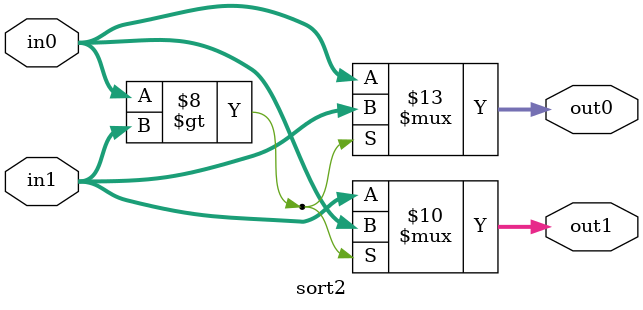
<source format=v>
`timescale 1ns / 1ps
module SP(
input clk,
input rstn,
input in_valid,
input [15:0] in_data,
input [2:0] in_mode,
output reg out_valid,
output reg [15:0] out_data
    );
    
    parameter IDLE       = 3'b000 ;
    parameter READ_IN    = 3'b001 ;
    parameter MMI        = 3'b010 ;
    parameter MM         = 3'b011 ; 
    parameter SORTING    = 3'b100 ;
    parameter SUM        = 3'b101 ;
    parameter READ_OUT   = 3'b110 ;
    
    reg [2:0] cs, ns ;
    
    reg [2:0] mode[0:2] ;
    reg [15:0] A[0:5] ;
    reg [15:0] B[0:5] ;
    reg [15:0] C[0:5] ;
    reg [15:0] D[0:5] ;
    reg [15:0] E[0:5] ;
    
    reg [3:0] cnt_read_in ;
    reg [5:0] cnt_mmi ;
    reg [3:0] cnt_sorting ;
    reg [3:0] cnt_read_out ;
    
    //==========
    //state
    //==========
    
    always@(posedge clk)begin
        if(!rstn) cs <= IDLE ;
        else cs <= ns ;
    end
    
    always@(*)begin
        case(cs)
            IDLE:begin
                if(in_valid) ns = READ_IN ;
                else ns = IDLE ;
            end
            READ_IN:begin
                if(in_valid == 1 && cnt_read_in == (9-1)) ns = MMI ; // mode(3) + A(6)
                else ns = READ_IN ;
            end
            MMI:begin
                if(cnt_mmi == 55) ns = MM ;//cnt_mmi = 55 = 110(6)_111(7)
                else ns = MMI ;
            end
            MM:begin
                ns = SORTING ;
            end
            SORTING:begin
                if(cnt_sorting == 5) ns = SUM ;
                else ns = SORTING ;
            end
            SUM:begin
                ns = READ_OUT ;
            end
            READ_OUT:begin
                if(cnt_read_out == 5) ns = IDLE ;
                else ns = READ_OUT ;
            end
            default: ns = IDLE ;
        endcase
    end
    
    //==========
    //cnt
    //==========
    
    always@(posedge clk)begin
        if(!rstn) cnt_read_in <= 0 ;
        else begin
            if(cs == READ_IN && in_valid == 1) cnt_read_in <= cnt_read_in + 1 ;
            else cnt_read_in <= 0 ;
        end
    end
    
    always@(posedge clk)begin
        if(!rstn) cnt_mmi <= 0 ;
        else begin
            if(cs == MMI) cnt_mmi <= cnt_mmi + 1 ;
            else cnt_mmi <= 0 ;
        end
    end
    
    always@(posedge clk)begin
        if(!rstn) cnt_sorting <= 0 ;
        else begin
            if(cs == SORTING) cnt_sorting <= cnt_sorting + 1 ;
            else cnt_sorting <= 0 ;
        end
    end
    
    always@(posedge clk)begin
        if(!rstn) cnt_read_out <= 0 ;
        else begin
            if(out_valid == 1 && cs == READ_OUT) cnt_read_out <= cnt_read_out + 1 ;
            else cnt_read_out <= cnt_read_out ;
        end
    end
    
    //==========
    //READ_IN
    //==========
    integer i ;
    //mode
    always@(posedge clk)begin
        if(!rstn) begin
            for(i=0; i<3; i=i+1)begin
                mode[i] <= 0 ;
            end
        end
        else begin
            if(in_valid == 1 && cnt_read_in<3) mode[cnt_read_in] <= in_mode ;
        end
    end
    //A
    always@(posedge clk)begin
        if(!rstn)begin
            for(i=0; i<6; i=i+1)begin
                A[i] <= 0 ;
            end
        end
        else begin
            case(cs)
                READ_IN:begin
                    if(in_valid == 1 && cnt_read_in>2) A[cnt_read_in-3] <= in_data ;
                end
                default:begin
                    A[0] <= A[0] ;
                    A[1] <= A[1] ;
                    A[2] <= A[2] ;
                    A[3] <= A[3] ;
                    A[4] <= A[4] ;
                    A[5] <= A[5] ;
                end   
            endcase
        end
    end
    
    //==========
    //MMI
    //==========
    reg signed[15:0] T1[0:7] ;
    reg signed[15:0] T2[0:7] ;
    reg signed[15:0] A0[0:7] ;
    reg signed[15:0] B0[0:7] ;
    reg signed[15:0] R [0:7] ;
    reg signed[15:0] Q [0:7] ;
    
    always@(posedge clk)begin
        if(!rstn)begin
            for(i=0; i<6; i=i+1)begin
                B[i] <= 0 ;
            end
        end
        else begin
            case(cs)
                MMI:begin
                    if(mode[0] == 0)begin
                        B[0] <= A[0] ;
                        B[1] <= A[1] ;
                        B[2] <= A[2] ;
                        B[3] <= A[3] ;
                        B[4] <= A[4] ;
                        B[5] <= A[5] ;
                    end
                    else begin
                        if(cnt_mmi[2:0] == 0)begin
                            T1[cnt_mmi[2:0]] = 0 ;
                            T2[cnt_mmi[2:0]] = 1 ;
                            A0[cnt_mmi[2:0]] = 509 ;
                            B0[cnt_mmi[2:0]] = A[cnt_mmi[5:3]] ;
                            R [cnt_mmi[2:0]] = A0[cnt_mmi[2:0]]%B0[cnt_mmi[2:0]] ;
                            Q [cnt_mmi[2:0]] = A0[cnt_mmi[2:0]]/B0[cnt_mmi[2:0]] ;
                        end
                        else begin
                            if(R[cnt_mmi[2:0] - 1] != 0)begin
                                T1[cnt_mmi[2:0]] = T2[cnt_mmi[2:0] - 1] ;
                                T2[cnt_mmi[2:0]] = T1[cnt_mmi[2:0] - 1] - Q[cnt_mmi[2:0] - 1]*T2[cnt_mmi[2:0] - 1] ;
                                A0[cnt_mmi[2:0]] = B0[cnt_mmi[2:0] - 1] ;
                                B0[cnt_mmi[2:0]] = R [cnt_mmi[2:0] - 1] ;
                                R [cnt_mmi[2:0]] = A0[cnt_mmi[2:0]]%B0[cnt_mmi[2:0]] ;
                                Q [cnt_mmi[2:0]] = A0[cnt_mmi[2:0]]/B0[cnt_mmi[2:0]] ;
                            end
                            else begin
                                T1[cnt_mmi[2:0]] = T1[cnt_mmi[2:0] - 1] ;
                                T2[cnt_mmi[2:0]] = T2[cnt_mmi[2:0] - 1] ;
                                A0[cnt_mmi[2:0]] = A0[cnt_mmi[2:0] - 1] ;
                                B0[cnt_mmi[2:0]] = B0[cnt_mmi[2:0] - 1] ;
                                R [cnt_mmi[2:0]] = R [cnt_mmi[2:0] - 1] ;
                                Q [cnt_mmi[2:0]] = Q [cnt_mmi[2:0] - 1] ;
                                if(T2[cnt_mmi[2:0] - 1] <  0) B[cnt_mmi[5:3]] <= T2[cnt_mmi[2:0] - 1] + 509 ;
                                else B[cnt_mmi[5:3]] <= T2[cnt_mmi[2:0] - 1] ;
                            end
                        end
                    end
                end
                default:begin
                    B[0] <= B[0] ;
                    B[1] <= B[1] ;
                    B[2] <= B[2] ;
                    B[3] <= B[3] ;
                    B[4] <= B[4] ;
                    B[5] <= B[5] ;
                end
            endcase
        end
    end
    
    //==========
    //MM
    //==========
    
    reg [31:0]mm[0:5] ;
    always@(posedge clk)begin
        if(!rstn)begin
            for(i=0; i<6; i=i+1)begin
                C[i] <= 0 ;
            end
        end
        else begin
            case(cs)
                MM:begin
                    if(mode[1] == 0)begin
                        C[0] <= B[0] ;
                        C[1] <= B[1] ;
                        C[2] <= B[2] ;
                        C[3] <= B[3] ;
                        C[4] <= B[4] ;
                        C[5] <= B[5] ;
                    end
                    else begin
                        mm[0] = (((((((B[1]*B[2])%509)*B[3])%509)*B[4])%509)*B[5])%509 ;
                        mm[1] = (((((((B[0]*B[2])%509)*B[3])%509)*B[4])%509)*B[5])%509 ;
                        mm[2] = (((((((B[0]*B[1])%509)*B[3])%509)*B[4])%509)*B[5])%509 ;
                        mm[3] = (((((((B[0]*B[1])%509)*B[2])%509)*B[4])%509)*B[5])%509 ;
                        mm[4] = (((((((B[0]*B[1])%509)*B[2])%509)*B[3])%509)*B[5])%509 ;
                        mm[5] = (((((((B[0]*B[1])%509)*B[2])%509)*B[3])%509)*B[4])%509 ;
                        C[0] <= mm[0][15:0] ;
                        C[1] <= mm[1][15:0] ;
                        C[2] <= mm[2][15:0] ;
                        C[3] <= mm[3][15:0] ;
                        C[4] <= mm[4][15:0] ;
                        C[5] <= mm[5][15:0] ;                        
                    end
                end
                default:begin
                    C[0] <= C[0] ;
                    C[1] <= C[1] ;
                    C[2] <= C[2] ;
                    C[3] <= C[3] ;
                    C[4] <= C[4] ;
                    C[5] <= C[5] ;
                end
            endcase
        end
    end
    
    //==========
    //SORTING
    //==========
    wire [15:0] S [0:5] ;
    sort6 sort15(.in0(C[0]), .in1(C[1]), .in2(C[2]), .in3(C[3]), .in4(C[4]), .in5(C[5]),
                .out0(S[0]), .out1(S[1]), .out2(S[2]), .out3(S[3]), .out4(S[4]), .out5(S[5])) ;
    
    always@(posedge clk)begin
        if(!rstn)begin
            for(i=0; i<6; i=i+1)begin
                D[i] <= 0 ;
            end
        end
        else begin
            case(cs)
                SORTING:begin
                    if(mode[2] == 0)begin
                        D[0] <= C[0] ;
                        D[1] <= C[1] ;
                        D[2] <= C[2] ;
                        D[3] <= C[3] ;
                        D[4] <= C[4] ;
                        D[5] <= C[5] ;
                    end
                    else begin
                        if(cnt_sorting == 5)begin
                            D[0] <= S[0] ;
                            D[1] <= S[1] ;
                            D[2] <= S[2] ;
                            D[3] <= S[3] ;
                            D[4] <= S[4] ;
                            D[5] <= S[5] ;
                        end
                        else begin
                            D[0] <= D[0] ;
                            D[1] <= D[1] ;
                            D[2] <= D[2] ;
                            D[3] <= D[3] ;
                            D[4] <= D[4] ;
                            D[5] <= D[5] ;
                        end
                    end
                end
                default:begin
                    D[0] <= D[0] ;
                    D[1] <= D[1] ;
                    D[2] <= D[2] ;
                    D[3] <= D[3] ;
                    D[4] <= D[4] ;
                    D[5] <= D[5] ;
                end
            endcase
        end
    end
    
    //==========
    // SUM
    //==========
    reg [20:0] sum [0:5] ;
    always@(posedge clk)begin
        if(!rstn)begin
            for(i=0; i<6; i=i+1)begin
                E[i] <= 0 ;
            end
        end
        else begin
            case(cs)
                SUM:begin
                    sum[0] = (A[0]+B[0]+C[0]+D[0])%509 ;
                    sum[1] = (A[1]+B[1]+C[1]+D[1])%509 ;
                    sum[2] = (A[2]+B[2]+C[2]+D[2])%509 ;
                    sum[3] = (A[3]+B[3]+C[3]+D[3])%509 ;
                    sum[4] = (A[4]+B[4]+C[4]+D[4])%509 ;
                    sum[5] = (A[5]+B[5]+C[5]+D[5])%509 ;
                    E[0] <= sum[0] ;
                    E[1] <= sum[1] ;
                    E[2] <= sum[2] ;
                    E[3] <= sum[3] ;
                    E[4] <= sum[4] ;
                    E[5] <= sum[5] ;
                end
                default:begin
                    E[0] <= E[0] ;
                    E[1] <= E[1] ;
                    E[2] <= E[2] ;
                    E[3] <= E[3] ;
                    E[4] <= E[4] ;
                    E[5] <= E[5] ;
                end
            endcase
        end
    end
    
    //==========
    // READ_OUT
    //==========
    always@(posedge clk)begin
        if(!rstn) out_valid <= 0 ;
        else begin
            if(cs == READ_OUT) out_valid <= 1 ;
            else out_valid <= 0 ;
        end
    end
    
    always@(posedge clk)begin
        if(!rstn) out_data <= 0 ;
        else begin
            case(cs)
                READ_OUT:begin
                    if(out_valid == 1) out_data <= E[cnt_read_out] ;
                end
                default:out_data <= 0 ;
            endcase
        end
    end
endmodule

module sort6
(
    input [15:0] in0, in1, in2, in3, in4, in5,
    output [15:0] out0, out1, out2, out3, out4, out5
) ;
    wire [15:0] s10, s11, s12, s13, s14, s15 ;
    wire [15:0] s20, s21, s22, s23, s24, s25 ;
    wire [15:0] s30, s31, s32, s33, s34, s35 ;
    wire [15:0] s40, s41, s42, s43, s44, s45 ;
    wire [15:0] s50, s51, s52, s53, s54, s55 ;
    assign s20 = s10 ;
    assign s25 = s15 ;
    assign s40 = s30 ;
    assign s45 = s35 ;
    assign out0 = s50 ;
    assign out5 = s55 ;
    // layer1
    sort2 sort0(.in0(in0), .in1(in1), .out0(s10), .out1(s11)) ;
    sort2 sort1(.in0(in2), .in1(in3), .out0(s12), .out1(s13)) ;
    sort2 sort2(.in0(in4), .in1(in5), .out0(s14), .out1(s15)) ;
    // layer2
    sort2 sort3(.in0(s11), .in1(s12), .out0(s21), .out1(s22)) ;
    sort2 sort4(.in0(s13), .in1(s14), .out0(s23), .out1(s24)) ;
    // layer3
    sort2 sort5(.in0(s20), .in1(s21), .out0(s30), .out1(s31)) ;
    sort2 sort6(.in0(s22), .in1(s23), .out0(s32), .out1(s33)) ;
    sort2 sort7(.in0(s24), .in1(s25), .out0(s34), .out1(s35)) ;
    // layer4
    sort2 sort8(.in0(s31), .in1(s32), .out0(s41), .out1(s42)) ;
    sort2 sort9(.in0(s33), .in1(s34), .out0(s43), .out1(s44)) ;
    // layer5
    sort2 sort10(.in0(s40), .in1(s41), .out0(s50), .out1(s51)) ;
    sort2 sort11(.in0(s42), .in1(s43), .out0(s52), .out1(s53)) ;
    sort2 sort12(.in0(s44), .in1(s45), .out0(s54), .out1(s55)) ;
    // layer6
    sort2 sort13(.in0(s51), .in1(s52), .out0(out1), .out1(out2)) ;
    sort2 sort14(.in0(s53), .in1(s54), .out0(out3), .out1(out4)) ;
endmodule

module sort2
(
    input [15:0] in0, in1,
    output reg [15:0] out0, out1
) ;
    always@(*)begin
        if(in0 > in1)begin
            out0 <= in1 ;
            out1 <= in0 ;
        end
        else begin
            out0 <= in0 ;
            out1 <= in1 ;
        end
    end
endmodule
</source>
